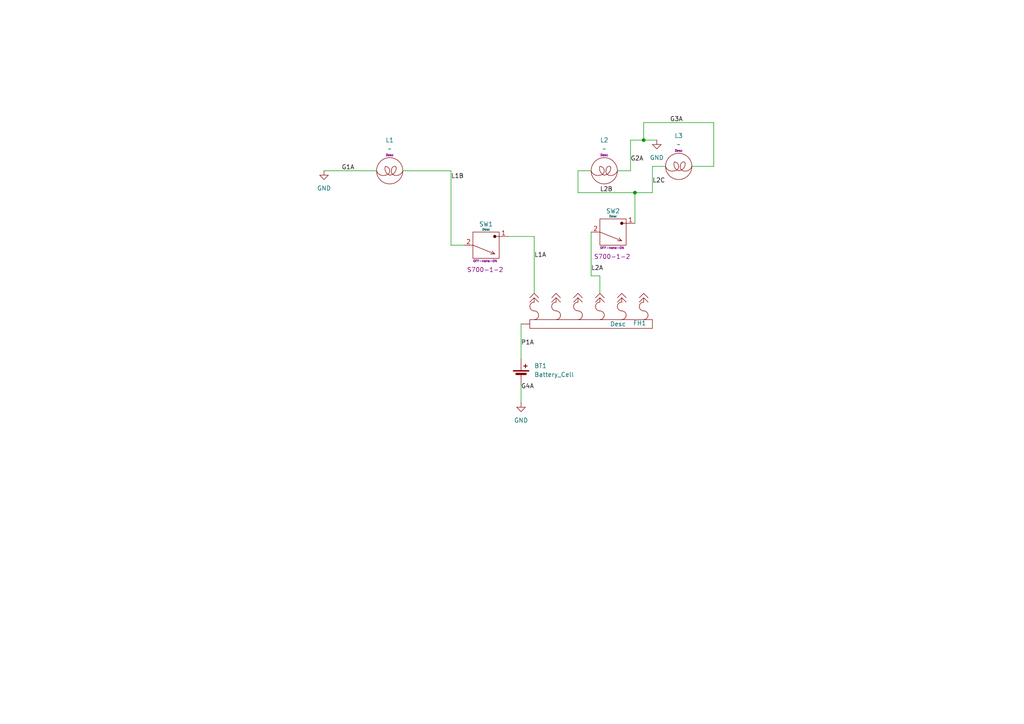
<source format=kicad_sch>
(kicad_sch
	(version 20250114)
	(generator "eeschema")
	(generator_version "9.0")
	(uuid "ed131ea4-ee59-411d-a0b6-6810a596f526")
	(paper "A4")
	(lib_symbols
		(symbol "AeroElectricConnectionSymbols:Fuse_Holder_6x"
			(pin_numbers
				(hide yes)
			)
			(pin_names
				(offset 0)
				(hide yes)
			)
			(exclude_from_sim no)
			(in_bom yes)
			(on_board yes)
			(property "Reference" "FH"
				(at -3.556 -14.732 90)
				(do_not_autoplace)
				(effects
					(font
						(size 1.27 1.27)
					)
					(justify left)
				)
			)
			(property "Value" "Desc"
				(at -3.81 -8.89 90)
				(do_not_autoplace)
				(effects
					(font
						(size 1.27 1.27)
					)
					(justify left)
				)
			)
			(property "Footprint" ""
				(at -2.54 11.43 0)
				(effects
					(font
						(size 1.27 1.27)
					)
					(hide yes)
				)
			)
			(property "Datasheet" ""
				(at -2.54 11.43 0)
				(effects
					(font
						(size 1.27 1.27)
					)
					(hide yes)
				)
			)
			(property "Description" ""
				(at -2.54 11.43 0)
				(effects
					(font
						(size 1.27 1.27)
					)
					(hide yes)
				)
			)
			(symbol "Fuse_Holder_6x_0_1"
				(rectangle
					(start -5.08 19.05)
					(end -2.54 -16.51)
					(stroke
						(width 0)
						(type default)
					)
					(fill
						(type none)
					)
				)
				(arc
					(start 0 17.78)
					(mid -0.372 16.882)
					(end -1.27 16.51)
					(stroke
						(width 0)
						(type default)
					)
					(fill
						(type none)
					)
				)
				(arc
					(start 0 11.43)
					(mid -0.372 10.532)
					(end -1.27 10.16)
					(stroke
						(width 0)
						(type default)
					)
					(fill
						(type none)
					)
				)
				(arc
					(start 0 5.08)
					(mid -0.372 4.182)
					(end -1.27 3.81)
					(stroke
						(width 0)
						(type default)
					)
					(fill
						(type none)
					)
				)
				(arc
					(start 0 -1.27)
					(mid -0.372 -2.168)
					(end -1.27 -2.54)
					(stroke
						(width 0)
						(type default)
					)
					(fill
						(type none)
					)
				)
				(arc
					(start 0 -7.62)
					(mid -0.372 -8.518)
					(end -1.27 -8.89)
					(stroke
						(width 0)
						(type default)
					)
					(fill
						(type none)
					)
				)
				(arc
					(start 0 -13.97)
					(mid -0.372 -14.868)
					(end -1.27 -15.24)
					(stroke
						(width 0)
						(type default)
					)
					(fill
						(type none)
					)
				)
				(arc
					(start -1.27 16.51)
					(mid -2.168 16.882)
					(end -2.54 17.78)
					(stroke
						(width 0)
						(type default)
					)
					(fill
						(type none)
					)
				)
				(arc
					(start -1.27 10.16)
					(mid -2.168 10.532)
					(end -2.54 11.43)
					(stroke
						(width 0)
						(type default)
					)
					(fill
						(type none)
					)
				)
				(arc
					(start -1.27 3.81)
					(mid -2.168 4.182)
					(end -2.54 5.08)
					(stroke
						(width 0)
						(type default)
					)
					(fill
						(type none)
					)
				)
				(arc
					(start -1.27 -2.54)
					(mid -2.168 -2.168)
					(end -2.54 -1.27)
					(stroke
						(width 0)
						(type default)
					)
					(fill
						(type none)
					)
				)
				(arc
					(start -1.27 -8.89)
					(mid -2.168 -8.518)
					(end -2.54 -7.62)
					(stroke
						(width 0)
						(type default)
					)
					(fill
						(type none)
					)
				)
				(arc
					(start -1.27 -15.24)
					(mid -2.168 -14.868)
					(end -2.54 -13.97)
					(stroke
						(width 0)
						(type default)
					)
					(fill
						(type none)
					)
				)
				(arc
					(start 0 17.78)
					(mid 0.372 18.678)
					(end 1.27 19.05)
					(stroke
						(width 0)
						(type default)
					)
					(fill
						(type none)
					)
				)
				(arc
					(start 1.27 19.05)
					(mid 2.168 18.678)
					(end 2.54 17.78)
					(stroke
						(width 0)
						(type default)
					)
					(fill
						(type none)
					)
				)
				(arc
					(start 0 11.43)
					(mid 0.372 12.328)
					(end 1.27 12.7)
					(stroke
						(width 0)
						(type default)
					)
					(fill
						(type none)
					)
				)
				(arc
					(start 1.27 12.7)
					(mid 2.168 12.328)
					(end 2.54 11.43)
					(stroke
						(width 0)
						(type default)
					)
					(fill
						(type none)
					)
				)
				(arc
					(start 0 5.08)
					(mid 0.372 5.978)
					(end 1.27 6.35)
					(stroke
						(width 0)
						(type default)
					)
					(fill
						(type none)
					)
				)
				(arc
					(start 1.27 6.35)
					(mid 2.168 5.978)
					(end 2.54 5.08)
					(stroke
						(width 0)
						(type default)
					)
					(fill
						(type none)
					)
				)
				(arc
					(start 0 -1.27)
					(mid 0.372 -0.372)
					(end 1.27 0)
					(stroke
						(width 0)
						(type default)
					)
					(fill
						(type none)
					)
				)
				(arc
					(start 1.27 0)
					(mid 2.168 -0.372)
					(end 2.54 -1.27)
					(stroke
						(width 0)
						(type default)
					)
					(fill
						(type none)
					)
				)
				(arc
					(start 0 -7.62)
					(mid 0.372 -6.722)
					(end 1.27 -6.35)
					(stroke
						(width 0)
						(type default)
					)
					(fill
						(type none)
					)
				)
				(arc
					(start 1.27 -6.35)
					(mid 2.168 -6.722)
					(end 2.54 -7.62)
					(stroke
						(width 0)
						(type default)
					)
					(fill
						(type none)
					)
				)
				(arc
					(start 0 -13.97)
					(mid 0.372 -13.072)
					(end 1.27 -12.7)
					(stroke
						(width 0)
						(type default)
					)
					(fill
						(type none)
					)
				)
				(arc
					(start 1.27 -12.7)
					(mid 2.168 -13.072)
					(end 2.54 -13.97)
					(stroke
						(width 0)
						(type default)
					)
					(fill
						(type none)
					)
				)
				(polyline
					(pts
						(xy 2.54 16.51) (xy 3.81 17.78) (xy 2.54 19.05)
					)
					(stroke
						(width 0)
						(type default)
					)
					(fill
						(type none)
					)
				)
				(polyline
					(pts
						(xy 2.54 10.16) (xy 3.81 11.43) (xy 2.54 12.7)
					)
					(stroke
						(width 0)
						(type default)
					)
					(fill
						(type none)
					)
				)
				(polyline
					(pts
						(xy 2.54 3.81) (xy 3.81 5.08) (xy 2.54 6.35)
					)
					(stroke
						(width 0)
						(type default)
					)
					(fill
						(type none)
					)
				)
				(polyline
					(pts
						(xy 2.54 -2.54) (xy 3.81 -1.27) (xy 2.54 0)
					)
					(stroke
						(width 0)
						(type default)
					)
					(fill
						(type none)
					)
				)
				(polyline
					(pts
						(xy 2.54 -8.89) (xy 3.81 -7.62) (xy 2.54 -6.35)
					)
					(stroke
						(width 0)
						(type default)
					)
					(fill
						(type none)
					)
				)
				(polyline
					(pts
						(xy 2.54 -15.24) (xy 3.81 -13.97) (xy 2.54 -12.7)
					)
					(stroke
						(width 0)
						(type default)
					)
					(fill
						(type none)
					)
				)
				(polyline
					(pts
						(xy 3.81 16.51) (xy 5.08 17.78) (xy 3.81 19.05)
					)
					(stroke
						(width 0)
						(type default)
					)
					(fill
						(type none)
					)
				)
				(polyline
					(pts
						(xy 3.81 10.16) (xy 5.08 11.43) (xy 3.81 12.7)
					)
					(stroke
						(width 0)
						(type default)
					)
					(fill
						(type none)
					)
				)
				(polyline
					(pts
						(xy 3.81 3.81) (xy 5.08 5.08) (xy 3.81 6.35)
					)
					(stroke
						(width 0)
						(type default)
					)
					(fill
						(type none)
					)
				)
				(polyline
					(pts
						(xy 3.81 -2.54) (xy 5.08 -1.27) (xy 3.81 0)
					)
					(stroke
						(width 0)
						(type default)
					)
					(fill
						(type none)
					)
				)
				(polyline
					(pts
						(xy 3.81 -8.89) (xy 5.08 -7.62) (xy 3.81 -6.35)
					)
					(stroke
						(width 0)
						(type default)
					)
					(fill
						(type none)
					)
				)
				(polyline
					(pts
						(xy 3.81 -15.24) (xy 5.08 -13.97) (xy 3.81 -12.7)
					)
					(stroke
						(width 0)
						(type default)
					)
					(fill
						(type none)
					)
				)
			)
			(symbol "Fuse_Holder_6x_1_1"
				(polyline
					(pts
						(xy 2.54 17.78) (xy 2.54 17.78)
					)
					(stroke
						(width 0)
						(type default)
					)
					(fill
						(type none)
					)
				)
				(polyline
					(pts
						(xy 2.54 17.78) (xy 2.54 17.78)
					)
					(stroke
						(width 0)
						(type default)
					)
					(fill
						(type none)
					)
				)
				(polyline
					(pts
						(xy 2.54 11.43) (xy 2.54 11.43)
					)
					(stroke
						(width 0)
						(type default)
					)
					(fill
						(type none)
					)
				)
				(polyline
					(pts
						(xy 2.54 11.43) (xy 2.54 11.43)
					)
					(stroke
						(width 0)
						(type default)
					)
					(fill
						(type none)
					)
				)
				(polyline
					(pts
						(xy 2.54 5.08) (xy 2.54 5.08)
					)
					(stroke
						(width 0)
						(type default)
					)
					(fill
						(type none)
					)
				)
				(polyline
					(pts
						(xy 2.54 5.08) (xy 2.54 5.08)
					)
					(stroke
						(width 0)
						(type default)
					)
					(fill
						(type none)
					)
				)
				(polyline
					(pts
						(xy 2.54 -1.27) (xy 2.54 -1.27)
					)
					(stroke
						(width 0)
						(type default)
					)
					(fill
						(type none)
					)
				)
				(polyline
					(pts
						(xy 2.54 -1.27) (xy 2.54 -1.27)
					)
					(stroke
						(width 0)
						(type default)
					)
					(fill
						(type none)
					)
				)
				(polyline
					(pts
						(xy 2.54 -7.62) (xy 2.54 -7.62)
					)
					(stroke
						(width 0)
						(type default)
					)
					(fill
						(type none)
					)
				)
				(polyline
					(pts
						(xy 2.54 -7.62) (xy 2.54 -7.62)
					)
					(stroke
						(width 0)
						(type default)
					)
					(fill
						(type none)
					)
				)
				(polyline
					(pts
						(xy 2.54 -13.97) (xy 2.54 -13.97)
					)
					(stroke
						(width 0)
						(type default)
					)
					(fill
						(type none)
					)
				)
				(polyline
					(pts
						(xy 2.54 -13.97) (xy 2.54 -13.97)
					)
					(stroke
						(width 0)
						(type default)
					)
					(fill
						(type none)
					)
				)
				(polyline
					(pts
						(xy 3.81 17.78) (xy 2.54 17.78)
					)
					(stroke
						(width 0)
						(type default)
					)
					(fill
						(type none)
					)
				)
				(polyline
					(pts
						(xy 3.81 11.43) (xy 2.54 11.43)
					)
					(stroke
						(width 0)
						(type default)
					)
					(fill
						(type none)
					)
				)
				(polyline
					(pts
						(xy 3.81 5.08) (xy 2.54 5.08)
					)
					(stroke
						(width 0)
						(type default)
					)
					(fill
						(type none)
					)
				)
				(polyline
					(pts
						(xy 3.81 -1.27) (xy 2.54 -1.27)
					)
					(stroke
						(width 0)
						(type default)
					)
					(fill
						(type none)
					)
				)
				(polyline
					(pts
						(xy 3.81 -7.62) (xy 2.54 -7.62)
					)
					(stroke
						(width 0)
						(type default)
					)
					(fill
						(type none)
					)
				)
				(polyline
					(pts
						(xy 3.81 -13.97) (xy 2.54 -13.97)
					)
					(stroke
						(width 0)
						(type default)
					)
					(fill
						(type none)
					)
				)
				(pin passive line
					(at -3.81 21.59 270)
					(length 2.54)
					(name "Pwr"
						(effects
							(font
								(size 1.27 1.27)
							)
						)
					)
					(number "1"
						(effects
							(font
								(size 1.27 1.27)
							)
						)
					)
				)
				(pin passive line
					(at 5.08 17.78 180)
					(length 0)
					(name "Desc"
						(effects
							(font
								(size 1.27 1.27)
							)
						)
					)
					(number "Val_A"
						(effects
							(font
								(size 1.27 1.27)
							)
						)
					)
				)
				(pin passive line
					(at 5.08 11.43 180)
					(length 0)
					(name "Desc"
						(effects
							(font
								(size 1.27 1.27)
							)
						)
					)
					(number "Val_A"
						(effects
							(font
								(size 1.27 1.27)
							)
						)
					)
				)
				(pin passive line
					(at 5.08 5.08 180)
					(length 0)
					(name "Desc"
						(effects
							(font
								(size 1.27 1.27)
							)
						)
					)
					(number "Val_A"
						(effects
							(font
								(size 1.27 1.27)
							)
						)
					)
				)
				(pin passive line
					(at 5.08 -1.27 180)
					(length 0)
					(name "Desc"
						(effects
							(font
								(size 1.27 1.27)
							)
						)
					)
					(number "Val_A"
						(effects
							(font
								(size 1.27 1.27)
							)
						)
					)
				)
				(pin passive line
					(at 5.08 -7.62 180)
					(length 0)
					(name "Desc"
						(effects
							(font
								(size 1.27 1.27)
							)
						)
					)
					(number "Val_A"
						(effects
							(font
								(size 1.27 1.27)
							)
						)
					)
				)
				(pin passive line
					(at 5.08 -13.97 180)
					(length 0)
					(name "Desc"
						(effects
							(font
								(size 1.27 1.27)
							)
						)
					)
					(number "Val_A"
						(effects
							(font
								(size 1.27 1.27)
							)
						)
					)
				)
			)
			(embedded_fonts no)
		)
		(symbol "AeroElectricConnectionSymbols:Lamp"
			(pin_numbers
				(hide yes)
			)
			(pin_names
				(hide yes)
			)
			(exclude_from_sim no)
			(in_bom yes)
			(on_board yes)
			(property "Reference" "L"
				(at 0 6.096 0)
				(effects
					(font
						(size 1.27 1.27)
					)
				)
			)
			(property "Value" ""
				(at 0 0 90)
				(effects
					(font
						(size 1.27 1.27)
					)
				)
			)
			(property "Footprint" ""
				(at 0 0 90)
				(effects
					(font
						(size 1.27 1.27)
					)
					(hide yes)
				)
			)
			(property "Datasheet" ""
				(at 0 0 90)
				(effects
					(font
						(size 1.27 1.27)
					)
					(hide yes)
				)
			)
			(property "Description" "Desc"
				(at 0 4.572 0)
				(do_not_autoplace)
				(effects
					(font
						(size 0.635 0.635)
					)
				)
			)
			(symbol "Lamp_0_1"
				(arc
					(start -1.27 -1.27)
					(mid -2.803 -1.1611)
					(end -3.81 0)
					(stroke
						(width 0)
						(type default)
					)
					(fill
						(type none)
					)
				)
				(arc
					(start 0 0)
					(mid -0.372 -0.898)
					(end -1.27 -1.27)
					(stroke
						(width 0)
						(type default)
					)
					(fill
						(type none)
					)
				)
				(arc
					(start -1.27 1.27)
					(mid -0.372 0.898)
					(end 0 0)
					(stroke
						(width 0)
						(type default)
					)
					(fill
						(type none)
					)
				)
				(arc
					(start 1.8758 0.9538)
					(mid 1.3985 -0.5466)
					(end 0 -1.27)
					(stroke
						(width 0)
						(type default)
					)
					(fill
						(type none)
					)
				)
				(circle
					(center 0 0)
					(radius 3.81)
					(stroke
						(width 0)
						(type default)
					)
					(fill
						(type none)
					)
				)
				(arc
					(start 0 -1.27)
					(mid -1.1611 -0.263)
					(end -1.27 1.27)
					(stroke
						(width 0)
						(type default)
					)
					(fill
						(type none)
					)
				)
				(arc
					(start 1.3671 1.3353)
					(mid 1.6919 1.2279)
					(end 1.844 0.922)
					(stroke
						(width 0)
						(type default)
					)
					(fill
						(type none)
					)
				)
				(arc
					(start 0.5722 0.1271)
					(mid 0.6847 0.8428)
					(end 1.27 1.27)
					(stroke
						(width 0)
						(type default)
					)
					(fill
						(type none)
					)
				)
				(arc
					(start 1.27 -1.27)
					(mid 0.6002 -0.7291)
					(end 0.5086 0.1271)
					(stroke
						(width 0)
						(type default)
					)
					(fill
						(type none)
					)
				)
				(arc
					(start 3.81 0)
					(mid 2.803 -1.1611)
					(end 1.27 -1.27)
					(stroke
						(width 0)
						(type default)
					)
					(fill
						(type none)
					)
				)
			)
			(symbol "Lamp_1_1"
				(pin passive line
					(at -3.81 0 0)
					(length 0)
					(name "In"
						(effects
							(font
								(size 1.27 1.27)
							)
						)
					)
					(number "1"
						(effects
							(font
								(size 1.27 1.27)
							)
						)
					)
				)
				(pin passive line
					(at 3.81 0 180)
					(length 0)
					(name "Out"
						(effects
							(font
								(size 1.27 1.27)
							)
						)
					)
					(number "2"
						(effects
							(font
								(size 1.27 1.27)
							)
						)
					)
				)
			)
			(embedded_fonts no)
		)
		(symbol "AeroElectricConnectionSymbols:S700-1-2"
			(pin_names
				(hide yes)
			)
			(exclude_from_sim no)
			(in_bom yes)
			(on_board yes)
			(property "Reference" "SW"
				(at 0 6.096 0)
				(do_not_autoplace)
				(effects
					(font
						(size 1.27 1.27)
					)
				)
			)
			(property "Value" "Desc"
				(at 0 4.572 0)
				(do_not_autoplace)
				(effects
					(font
						(size 0.635 0.635)
					)
				)
			)
			(property "Footprint" ""
				(at 0 3.048 0)
				(effects
					(font
						(size 1.27 1.27)
					)
					(hide yes)
				)
			)
			(property "Datasheet" "S700-1-2"
				(at -0.254 -7.366 0)
				(effects
					(font
						(size 1.27 1.27)
					)
				)
			)
			(property "Description" "OFF-none-ON"
				(at -0.254 -4.572 0)
				(do_not_autoplace)
				(effects
					(font
						(size 0.635 0.635)
					)
				)
			)
			(symbol "S700-1-2_0_1"
				(rectangle
					(start -3.81 3.81)
					(end 3.81 -3.81)
					(stroke
						(width 0)
						(type default)
					)
					(fill
						(type none)
					)
				)
				(polyline
					(pts
						(xy -3.81 0) (xy 2.54 -2.54) (xy 1.7627 -1.6939)
					)
					(stroke
						(width 0)
						(type default)
					)
					(fill
						(type none)
					)
				)
				(circle
					(center 2.54 2.54)
					(radius 0.381)
					(stroke
						(width 0)
						(type default)
					)
					(fill
						(type color)
						(color 0 0 0 1)
					)
				)
				(polyline
					(pts
						(xy 2.54 -2.54) (xy 1.27 -2.54)
					)
					(stroke
						(width 0)
						(type default)
					)
					(fill
						(type none)
					)
				)
				(polyline
					(pts
						(xy 3.81 2.54) (xy 2.54 2.54)
					)
					(stroke
						(width 0)
						(type default)
					)
					(fill
						(type none)
					)
				)
			)
			(symbol "S700-1-2_1_1"
				(pin passive line
					(at -6.35 0 0)
					(length 2.54)
					(name "IN"
						(effects
							(font
								(size 1.27 1.27)
							)
						)
					)
					(number "2"
						(effects
							(font
								(size 1.27 1.27)
							)
						)
					)
				)
				(pin passive line
					(at 6.35 2.54 180)
					(length 2.54)
					(name "ON"
						(effects
							(font
								(size 1.27 1.27)
							)
						)
					)
					(number "1"
						(effects
							(font
								(size 1.27 1.27)
							)
						)
					)
				)
			)
			(embedded_fonts no)
		)
		(symbol "Device:Battery_Cell"
			(pin_numbers
				(hide yes)
			)
			(pin_names
				(offset 0)
				(hide yes)
			)
			(exclude_from_sim no)
			(in_bom yes)
			(on_board yes)
			(property "Reference" "BT"
				(at 2.54 2.54 0)
				(effects
					(font
						(size 1.27 1.27)
					)
					(justify left)
				)
			)
			(property "Value" "Battery_Cell"
				(at 2.54 0 0)
				(effects
					(font
						(size 1.27 1.27)
					)
					(justify left)
				)
			)
			(property "Footprint" ""
				(at 0 1.524 90)
				(effects
					(font
						(size 1.27 1.27)
					)
					(hide yes)
				)
			)
			(property "Datasheet" "~"
				(at 0 1.524 90)
				(effects
					(font
						(size 1.27 1.27)
					)
					(hide yes)
				)
			)
			(property "Description" "Single-cell battery"
				(at 0 0 0)
				(effects
					(font
						(size 1.27 1.27)
					)
					(hide yes)
				)
			)
			(property "ki_keywords" "battery cell"
				(at 0 0 0)
				(effects
					(font
						(size 1.27 1.27)
					)
					(hide yes)
				)
			)
			(symbol "Battery_Cell_0_1"
				(rectangle
					(start -2.286 1.778)
					(end 2.286 1.524)
					(stroke
						(width 0)
						(type default)
					)
					(fill
						(type outline)
					)
				)
				(rectangle
					(start -1.524 1.016)
					(end 1.524 0.508)
					(stroke
						(width 0)
						(type default)
					)
					(fill
						(type outline)
					)
				)
				(polyline
					(pts
						(xy 0 1.778) (xy 0 2.54)
					)
					(stroke
						(width 0)
						(type default)
					)
					(fill
						(type none)
					)
				)
				(polyline
					(pts
						(xy 0 0.762) (xy 0 0)
					)
					(stroke
						(width 0)
						(type default)
					)
					(fill
						(type none)
					)
				)
				(polyline
					(pts
						(xy 0.762 3.048) (xy 1.778 3.048)
					)
					(stroke
						(width 0.254)
						(type default)
					)
					(fill
						(type none)
					)
				)
				(polyline
					(pts
						(xy 1.27 3.556) (xy 1.27 2.54)
					)
					(stroke
						(width 0.254)
						(type default)
					)
					(fill
						(type none)
					)
				)
			)
			(symbol "Battery_Cell_1_1"
				(pin passive line
					(at 0 5.08 270)
					(length 2.54)
					(name "+"
						(effects
							(font
								(size 1.27 1.27)
							)
						)
					)
					(number "1"
						(effects
							(font
								(size 1.27 1.27)
							)
						)
					)
				)
				(pin passive line
					(at 0 -2.54 90)
					(length 2.54)
					(name "-"
						(effects
							(font
								(size 1.27 1.27)
							)
						)
					)
					(number "2"
						(effects
							(font
								(size 1.27 1.27)
							)
						)
					)
				)
			)
			(embedded_fonts no)
		)
		(symbol "Lamp_1"
			(pin_numbers
				(hide yes)
			)
			(pin_names
				(hide yes)
			)
			(exclude_from_sim no)
			(in_bom yes)
			(on_board yes)
			(property "Reference" "L"
				(at 0 6.096 0)
				(effects
					(font
						(size 1.27 1.27)
					)
				)
			)
			(property "Value" ""
				(at 0 0 90)
				(effects
					(font
						(size 1.27 1.27)
					)
				)
			)
			(property "Footprint" ""
				(at 0 0 90)
				(effects
					(font
						(size 1.27 1.27)
					)
					(hide yes)
				)
			)
			(property "Datasheet" ""
				(at 0 0 90)
				(effects
					(font
						(size 1.27 1.27)
					)
					(hide yes)
				)
			)
			(property "Description" "Desc"
				(at 0 4.572 0)
				(do_not_autoplace)
				(effects
					(font
						(size 0.635 0.635)
					)
				)
			)
			(symbol "Lamp_1_0_1"
				(arc
					(start -1.27 -1.27)
					(mid -2.803 -1.1611)
					(end -3.81 0)
					(stroke
						(width 0)
						(type default)
					)
					(fill
						(type none)
					)
				)
				(arc
					(start 0 0)
					(mid -0.372 -0.898)
					(end -1.27 -1.27)
					(stroke
						(width 0)
						(type default)
					)
					(fill
						(type none)
					)
				)
				(arc
					(start -1.27 1.27)
					(mid -0.372 0.898)
					(end 0 0)
					(stroke
						(width 0)
						(type default)
					)
					(fill
						(type none)
					)
				)
				(arc
					(start 1.8758 0.9538)
					(mid 1.3985 -0.5466)
					(end 0 -1.27)
					(stroke
						(width 0)
						(type default)
					)
					(fill
						(type none)
					)
				)
				(circle
					(center 0 0)
					(radius 3.81)
					(stroke
						(width 0)
						(type default)
					)
					(fill
						(type none)
					)
				)
				(arc
					(start 0 -1.27)
					(mid -1.1611 -0.263)
					(end -1.27 1.27)
					(stroke
						(width 0)
						(type default)
					)
					(fill
						(type none)
					)
				)
				(arc
					(start 1.3671 1.3353)
					(mid 1.6919 1.2279)
					(end 1.844 0.922)
					(stroke
						(width 0)
						(type default)
					)
					(fill
						(type none)
					)
				)
				(arc
					(start 0.5722 0.1271)
					(mid 0.6847 0.8428)
					(end 1.27 1.27)
					(stroke
						(width 0)
						(type default)
					)
					(fill
						(type none)
					)
				)
				(arc
					(start 1.27 -1.27)
					(mid 0.6002 -0.7291)
					(end 0.5086 0.1271)
					(stroke
						(width 0)
						(type default)
					)
					(fill
						(type none)
					)
				)
				(arc
					(start 3.81 0)
					(mid 2.803 -1.1611)
					(end 1.27 -1.27)
					(stroke
						(width 0)
						(type default)
					)
					(fill
						(type none)
					)
				)
			)
			(symbol "Lamp_1_1_1"
				(pin passive line
					(at -3.81 0 0)
					(length 0)
					(name "In"
						(effects
							(font
								(size 1.27 1.27)
							)
						)
					)
					(number "1"
						(effects
							(font
								(size 1.27 1.27)
							)
						)
					)
				)
				(pin passive line
					(at 3.81 0 180)
					(length 0)
					(name "Out"
						(effects
							(font
								(size 1.27 1.27)
							)
						)
					)
					(number "2"
						(effects
							(font
								(size 1.27 1.27)
							)
						)
					)
				)
			)
			(embedded_fonts no)
		)
		(symbol "power:GND"
			(power)
			(pin_numbers
				(hide yes)
			)
			(pin_names
				(offset 0)
				(hide yes)
			)
			(exclude_from_sim no)
			(in_bom yes)
			(on_board yes)
			(property "Reference" "#PWR"
				(at 0 -6.35 0)
				(effects
					(font
						(size 1.27 1.27)
					)
					(hide yes)
				)
			)
			(property "Value" "GND"
				(at 0 -3.81 0)
				(effects
					(font
						(size 1.27 1.27)
					)
				)
			)
			(property "Footprint" ""
				(at 0 0 0)
				(effects
					(font
						(size 1.27 1.27)
					)
					(hide yes)
				)
			)
			(property "Datasheet" ""
				(at 0 0 0)
				(effects
					(font
						(size 1.27 1.27)
					)
					(hide yes)
				)
			)
			(property "Description" "Power symbol creates a global label with name \"GND\" , ground"
				(at 0 0 0)
				(effects
					(font
						(size 1.27 1.27)
					)
					(hide yes)
				)
			)
			(property "ki_keywords" "global power"
				(at 0 0 0)
				(effects
					(font
						(size 1.27 1.27)
					)
					(hide yes)
				)
			)
			(symbol "GND_0_1"
				(polyline
					(pts
						(xy 0 0) (xy 0 -1.27) (xy 1.27 -1.27) (xy 0 -2.54) (xy -1.27 -1.27) (xy 0 -1.27)
					)
					(stroke
						(width 0)
						(type default)
					)
					(fill
						(type none)
					)
				)
			)
			(symbol "GND_1_1"
				(pin power_in line
					(at 0 0 270)
					(length 0)
					(name "~"
						(effects
							(font
								(size 1.27 1.27)
							)
						)
					)
					(number "1"
						(effects
							(font
								(size 1.27 1.27)
							)
						)
					)
				)
			)
			(embedded_fonts no)
		)
	)
	(junction
		(at 186.69 40.64)
		(diameter 0)
		(color 0 0 0 0)
		(uuid "3703118a-523b-45e3-ab43-318399cc4d4e")
	)
	(junction
		(at 184.15 55.88)
		(diameter 0)
		(color 0 0 0 0)
		(uuid "4a839e58-cab3-48be-b433-69ad573450a9")
	)
	(wire
		(pts
			(xy 134.62 71.12) (xy 130.81 71.12)
		)
		(stroke
			(width 0)
			(type default)
		)
		(uuid "091f673a-7661-4d59-9cbf-b7f7a50ea539")
	)
	(wire
		(pts
			(xy 179.07 49.53) (xy 182.88 49.53)
		)
		(stroke
			(width 0)
			(type default)
		)
		(uuid "222d26ed-ce64-4486-a48a-6a13c7ad8c49")
	)
	(wire
		(pts
			(xy 184.15 55.88) (xy 189.23 55.88)
		)
		(stroke
			(width 0)
			(type default)
		)
		(uuid "30a47c0e-f2d6-4f6e-963b-5f8a5534c05d")
	)
	(wire
		(pts
			(xy 171.45 67.31) (xy 171.45 80.01)
		)
		(stroke
			(width 0)
			(type default)
		)
		(uuid "4063633c-3f56-4ecc-a68f-ba9265bd9780")
	)
	(wire
		(pts
			(xy 151.13 93.98) (xy 151.13 104.14)
		)
		(stroke
			(width 0)
			(type default)
		)
		(uuid "41d92ef4-9582-44ab-a779-a5ae9d839b74")
	)
	(wire
		(pts
			(xy 171.45 80.01) (xy 173.99 80.01)
		)
		(stroke
			(width 0)
			(type default)
		)
		(uuid "4983bae0-675e-4ff1-acc1-12845ae804a3")
	)
	(wire
		(pts
			(xy 167.64 55.88) (xy 167.64 49.53)
		)
		(stroke
			(width 0)
			(type default)
		)
		(uuid "570fd061-af2a-4ac2-b483-d22263b7151c")
	)
	(wire
		(pts
			(xy 182.88 40.64) (xy 186.69 40.64)
		)
		(stroke
			(width 0)
			(type default)
		)
		(uuid "6b3eea79-35f7-409e-9ef4-ea20362a334f")
	)
	(wire
		(pts
			(xy 130.81 49.53) (xy 130.81 71.12)
		)
		(stroke
			(width 0)
			(type default)
		)
		(uuid "7a01a2bc-dca5-4cbb-9d97-8713fd804bc1")
	)
	(wire
		(pts
			(xy 147.32 68.58) (xy 154.94 68.58)
		)
		(stroke
			(width 0)
			(type default)
		)
		(uuid "7b037fbc-bb16-47fc-98d5-99bd5130c6b0")
	)
	(wire
		(pts
			(xy 190.5 40.64) (xy 186.69 40.64)
		)
		(stroke
			(width 0)
			(type default)
		)
		(uuid "8177c5d2-f880-4cc6-85ec-59d11a8ee8cf")
	)
	(wire
		(pts
			(xy 184.15 55.88) (xy 167.64 55.88)
		)
		(stroke
			(width 0)
			(type default)
		)
		(uuid "821859e3-de5d-40c2-96f3-196c70cd7632")
	)
	(wire
		(pts
			(xy 151.13 111.76) (xy 151.13 116.84)
		)
		(stroke
			(width 0)
			(type default)
		)
		(uuid "859b3871-2746-4896-9828-77062f912b40")
	)
	(wire
		(pts
			(xy 167.64 49.53) (xy 171.45 49.53)
		)
		(stroke
			(width 0)
			(type default)
		)
		(uuid "86acf06e-3a53-48c9-8d1f-49f651630176")
	)
	(wire
		(pts
			(xy 182.88 49.53) (xy 182.88 40.64)
		)
		(stroke
			(width 0)
			(type default)
		)
		(uuid "887753c2-2337-4eda-9469-41b34450b97b")
	)
	(wire
		(pts
			(xy 189.23 55.88) (xy 189.23 48.26)
		)
		(stroke
			(width 0)
			(type default)
		)
		(uuid "a78e17a7-70b9-4cd7-b64b-bdb7282aa1af")
	)
	(wire
		(pts
			(xy 109.22 49.53) (xy 93.98 49.53)
		)
		(stroke
			(width 0)
			(type default)
		)
		(uuid "ac8763aa-f378-4aa0-afbe-89402ee3709e")
	)
	(wire
		(pts
			(xy 189.23 48.26) (xy 193.04 48.26)
		)
		(stroke
			(width 0)
			(type default)
		)
		(uuid "b77b1728-45e3-43ad-a91e-aab8b19f60f3")
	)
	(wire
		(pts
			(xy 173.99 80.01) (xy 173.99 85.09)
		)
		(stroke
			(width 0)
			(type default)
		)
		(uuid "bebefe52-cd31-4d5d-b5eb-6f5dcd1283d8")
	)
	(wire
		(pts
			(xy 207.01 48.26) (xy 207.01 35.56)
		)
		(stroke
			(width 0)
			(type default)
		)
		(uuid "c6522e94-b72e-4bf2-95d3-f0c16579b5d4")
	)
	(wire
		(pts
			(xy 154.94 68.58) (xy 154.94 85.09)
		)
		(stroke
			(width 0)
			(type default)
		)
		(uuid "c65687de-0b7c-4c78-9daa-5d76b4ea8dbe")
	)
	(wire
		(pts
			(xy 207.01 35.56) (xy 186.69 35.56)
		)
		(stroke
			(width 0)
			(type default)
		)
		(uuid "c75a8bdd-3d46-4837-be2d-85d55cb27059")
	)
	(wire
		(pts
			(xy 200.66 48.26) (xy 207.01 48.26)
		)
		(stroke
			(width 0)
			(type default)
		)
		(uuid "d9f0f158-ddfc-441a-94c2-69fc3ed40158")
	)
	(wire
		(pts
			(xy 130.81 49.53) (xy 116.84 49.53)
		)
		(stroke
			(width 0)
			(type default)
		)
		(uuid "e7de5491-2187-4ba8-96d7-fd25ba052ac1")
	)
	(wire
		(pts
			(xy 184.15 64.77) (xy 184.15 55.88)
		)
		(stroke
			(width 0)
			(type default)
		)
		(uuid "edcf3955-492c-4852-8755-1c542c380353")
	)
	(wire
		(pts
			(xy 186.69 35.56) (xy 186.69 40.64)
		)
		(stroke
			(width 0)
			(type default)
		)
		(uuid "f6475026-a942-4e43-b9d1-bb0307a673b4")
	)
	(label "L1B"
		(at 130.81 52.07 0)
		(effects
			(font
				(size 1.27 1.27)
			)
			(justify left bottom)
		)
		(uuid "5cf92d3a-5cca-454b-a856-8b67cb4846ca")
	)
	(label "G2A"
		(at 182.88 46.99 0)
		(effects
			(font
				(size 1.27 1.27)
			)
			(justify left bottom)
		)
		(uuid "6815f9aa-3113-4fd3-9d45-2eda96fc7add")
	)
	(label "G1A"
		(at 99.06 49.53 0)
		(effects
			(font
				(size 1.27 1.27)
			)
			(justify left bottom)
		)
		(uuid "7b15ee81-4e21-4680-81b5-cb30ba92a4b7")
	)
	(label "L2B"
		(at 173.99 55.88 0)
		(effects
			(font
				(size 1.27 1.27)
			)
			(justify left bottom)
		)
		(uuid "7b38393c-2035-4f40-aed1-ba11ab47ac63")
	)
	(label "L2A"
		(at 171.45 78.74 0)
		(effects
			(font
				(size 1.27 1.27)
			)
			(justify left bottom)
		)
		(uuid "b4c4f655-55b2-4bff-bba6-eeab081b0669")
	)
	(label "L2C"
		(at 189.23 53.34 0)
		(effects
			(font
				(size 1.27 1.27)
			)
			(justify left bottom)
		)
		(uuid "beef518d-2720-47c9-836c-20ff82b4e1a4")
	)
	(label "P1A"
		(at 151.13 100.33 0)
		(effects
			(font
				(size 1.27 1.27)
			)
			(justify left bottom)
		)
		(uuid "c5594c00-3e71-40fa-aa4e-38b5eb2bf6e2")
	)
	(label "L1A"
		(at 154.94 74.93 0)
		(effects
			(font
				(size 1.27 1.27)
			)
			(justify left bottom)
		)
		(uuid "d98f154b-632b-4b2a-95eb-bb740ed20dc1")
	)
	(label "G3A"
		(at 194.31 35.56 0)
		(effects
			(font
				(size 1.27 1.27)
			)
			(justify left bottom)
		)
		(uuid "e92fdffc-bb33-4bcb-aba9-26f102f28567")
	)
	(label "G4A"
		(at 151.13 113.03 0)
		(effects
			(font
				(size 1.27 1.27)
			)
			(justify left bottom)
		)
		(uuid "f71a670b-ac2d-4d00-88a1-af77f5d5aceb")
	)
	(symbol
		(lib_name "Lamp_1")
		(lib_id "AeroElectricConnectionSymbols:Lamp")
		(at 196.85 48.26 0)
		(unit 1)
		(exclude_from_sim no)
		(in_bom yes)
		(on_board yes)
		(dnp no)
		(fields_autoplaced yes)
		(uuid "22ef0010-6a98-4c3a-9a69-a6745cccc851")
		(property "Reference" "L3"
			(at 196.85 39.37 0)
			(effects
				(font
					(size 1.27 1.27)
				)
			)
		)
		(property "Value" "~"
			(at 196.85 41.91 0)
			(effects
				(font
					(size 1.27 1.27)
				)
			)
		)
		(property "Footprint" ""
			(at 196.85 48.26 90)
			(effects
				(font
					(size 1.27 1.27)
				)
				(hide yes)
			)
		)
		(property "Datasheet" ""
			(at 196.85 48.26 90)
			(effects
				(font
					(size 1.27 1.27)
				)
				(hide yes)
			)
		)
		(property "Description" "Desc"
			(at 196.85 43.688 0)
			(do_not_autoplace yes)
			(effects
				(font
					(size 0.635 0.635)
				)
			)
		)
		(property "LocLoad" "(10,0,100)L7"
			(at 196.85 48.26 0)
			(effects
				(font
					(size 1.27 1.27)
				)
				(hide yes)
			)
		)
		(pin "1"
			(uuid "594458cc-2764-4a1d-ad95-aac5fbd16afd")
		)
		(pin "2"
			(uuid "41fd42c5-98a7-47d9-9e71-537cdf406e11")
		)
		(instances
			(project "test_07_fixture"
				(path "/ed131ea4-ee59-411d-a0b6-6810a596f526"
					(reference "L3")
					(unit 1)
				)
			)
		)
	)
	(symbol
		(lib_id "AeroElectricConnectionSymbols:S700-1-2")
		(at 177.8 67.31 0)
		(unit 1)
		(exclude_from_sim no)
		(in_bom yes)
		(on_board yes)
		(dnp no)
		(uuid "33b6a343-581f-4359-94b6-057f13c9ebe8")
		(property "Reference" "SW2"
			(at 177.8 61.214 0)
			(do_not_autoplace yes)
			(effects
				(font
					(size 1.27 1.27)
				)
			)
		)
		(property "Value" "Desc"
			(at 177.8 62.738 0)
			(do_not_autoplace yes)
			(effects
				(font
					(size 0.635 0.635)
				)
			)
		)
		(property "Footprint" ""
			(at 177.8 64.262 0)
			(effects
				(font
					(size 1.27 1.27)
				)
				(hide yes)
			)
		)
		(property "Datasheet" "S700-1-2"
			(at 177.546 74.422 0)
			(effects
				(font
					(size 1.27 1.27)
				)
			)
		)
		(property "Description" "OFF-none-ON"
			(at 177.546 71.882 0)
			(do_not_autoplace yes)
			(effects
				(font
					(size 0.635 0.635)
				)
			)
		)
		(property "LocLoad" "(5,0,1)R20"
			(at 177.8 67.31 0)
			(effects
				(font
					(size 1.27 1.27)
				)
				(hide yes)
			)
		)
		(pin "2"
			(uuid "ed16bf66-b4fd-45d1-a695-24b714dc34e3")
		)
		(pin "1"
			(uuid "9d4a2e13-d7c7-4040-9e8e-77a403745ba8")
		)
		(instances
			(project "test_07_fixture"
				(path "/ed131ea4-ee59-411d-a0b6-6810a596f526"
					(reference "SW2")
					(unit 1)
				)
			)
		)
	)
	(symbol
		(lib_id "power:GND")
		(at 151.13 116.84 0)
		(unit 1)
		(exclude_from_sim no)
		(in_bom yes)
		(on_board yes)
		(dnp no)
		(fields_autoplaced yes)
		(uuid "3bb6f9b3-770f-49eb-bdf8-fd469378be09")
		(property "Reference" "GND1"
			(at 151.13 123.19 0)
			(effects
				(font
					(size 1.27 1.27)
				)
				(hide yes)
			)
		)
		(property "Value" "GND"
			(at 151.13 121.92 0)
			(effects
				(font
					(size 1.27 1.27)
				)
			)
		)
		(property "Footprint" ""
			(at 151.13 116.84 0)
			(effects
				(font
					(size 1.27 1.27)
				)
				(hide yes)
			)
		)
		(property "Datasheet" ""
			(at 151.13 116.84 0)
			(effects
				(font
					(size 1.27 1.27)
				)
				(hide yes)
			)
		)
		(property "Description" "Power symbol creates a global label with name \"GND\" , ground"
			(at 151.13 116.84 0)
			(effects
				(font
					(size 1.27 1.27)
				)
				(hide yes)
			)
		)
		(property "LocLoad" "(10,10,0)G"
			(at 151.13 116.84 0)
			(effects
				(font
					(size 1.27 1.27)
				)
				(hide yes)
			)
		)
		(pin "1"
			(uuid "62773c37-87cc-4feb-b067-8bd2f11a9e87")
		)
		(instances
			(project "test_07_fixture"
				(path "/ed131ea4-ee59-411d-a0b6-6810a596f526"
					(reference "GND1")
					(unit 1)
				)
			)
		)
	)
	(symbol
		(lib_id "Device:Battery_Cell")
		(at 151.13 109.22 0)
		(unit 1)
		(exclude_from_sim no)
		(in_bom yes)
		(on_board yes)
		(dnp no)
		(fields_autoplaced yes)
		(uuid "43709f7c-b4bc-4b0d-ac3d-d2b6065584bc")
		(property "Reference" "BT1"
			(at 154.94 106.1084 0)
			(effects
				(font
					(size 1.27 1.27)
				)
				(justify left)
			)
		)
		(property "Value" "Battery_Cell"
			(at 154.94 108.6484 0)
			(effects
				(font
					(size 1.27 1.27)
				)
				(justify left)
			)
		)
		(property "Footprint" ""
			(at 151.13 107.696 90)
			(effects
				(font
					(size 1.27 1.27)
				)
				(hide yes)
			)
		)
		(property "Datasheet" "~"
			(at 151.13 107.696 90)
			(effects
				(font
					(size 1.27 1.27)
				)
				(hide yes)
			)
		)
		(property "Description" "Single-cell battery"
			(at 151.13 109.22 0)
			(effects
				(font
					(size 1.27 1.27)
				)
				(hide yes)
			)
		)
		(property "LocLoad" "(0,0,0)S40"
			(at 151.13 109.22 0)
			(effects
				(font
					(size 1.27 1.27)
				)
				(hide yes)
			)
		)
		(pin "2"
			(uuid "d775b0aa-5b5f-4587-bb62-133913d5fe0d")
		)
		(pin "1"
			(uuid "651449cb-50f6-44ce-b9d2-69e58a81a7eb")
		)
		(instances
			(project ""
				(path "/ed131ea4-ee59-411d-a0b6-6810a596f526"
					(reference "BT1")
					(unit 1)
				)
			)
		)
	)
	(symbol
		(lib_id "AeroElectricConnectionSymbols:S700-1-2")
		(at 140.97 71.12 0)
		(unit 1)
		(exclude_from_sim no)
		(in_bom yes)
		(on_board yes)
		(dnp no)
		(uuid "6859278e-6038-41b9-a029-175c5791cad1")
		(property "Reference" "SW1"
			(at 140.97 65.024 0)
			(do_not_autoplace yes)
			(effects
				(font
					(size 1.27 1.27)
				)
			)
		)
		(property "Value" "Desc"
			(at 140.97 66.548 0)
			(do_not_autoplace yes)
			(effects
				(font
					(size 0.635 0.635)
				)
			)
		)
		(property "Footprint" ""
			(at 140.97 68.072 0)
			(effects
				(font
					(size 1.27 1.27)
				)
				(hide yes)
			)
		)
		(property "Datasheet" "S700-1-2"
			(at 140.716 78.232 0)
			(effects
				(font
					(size 1.27 1.27)
				)
			)
		)
		(property "Description" "OFF-none-ON"
			(at 140.716 75.692 0)
			(do_not_autoplace yes)
			(effects
				(font
					(size 0.635 0.635)
				)
			)
		)
		(property "LocLoad" "(5,0,-1)R20"
			(at 140.97 71.12 0)
			(effects
				(font
					(size 1.27 1.27)
				)
				(hide yes)
			)
		)
		(pin "2"
			(uuid "464816f6-ead9-45e0-9ad1-82f061d9bee0")
		)
		(pin "1"
			(uuid "ecdba160-becb-4cd8-bc13-4aebf57f2891")
		)
		(instances
			(project ""
				(path "/ed131ea4-ee59-411d-a0b6-6810a596f526"
					(reference "SW1")
					(unit 1)
				)
			)
		)
	)
	(symbol
		(lib_name "Lamp_1")
		(lib_id "AeroElectricConnectionSymbols:Lamp")
		(at 175.26 49.53 0)
		(unit 1)
		(exclude_from_sim no)
		(in_bom yes)
		(on_board yes)
		(dnp no)
		(fields_autoplaced yes)
		(uuid "934c2b30-16af-471e-9022-8506dfa05c06")
		(property "Reference" "L2"
			(at 175.26 40.64 0)
			(effects
				(font
					(size 1.27 1.27)
				)
			)
		)
		(property "Value" "~"
			(at 175.26 43.18 0)
			(effects
				(font
					(size 1.27 1.27)
				)
			)
		)
		(property "Footprint" ""
			(at 175.26 49.53 90)
			(effects
				(font
					(size 1.27 1.27)
				)
				(hide yes)
			)
		)
		(property "Datasheet" ""
			(at 175.26 49.53 90)
			(effects
				(font
					(size 1.27 1.27)
				)
				(hide yes)
			)
		)
		(property "Description" "Desc"
			(at 175.26 44.958 0)
			(do_not_autoplace yes)
			(effects
				(font
					(size 0.635 0.635)
				)
			)
		)
		(property "Field5" ""
			(at 175.26 49.53 0)
			(effects
				(font
					(size 1.27 1.27)
				)
				(hide yes)
			)
		)
		(property "LocLoad" "(10,0,-100)L7"
			(at 175.26 49.53 0)
			(effects
				(font
					(size 1.27 1.27)
				)
				(hide yes)
			)
		)
		(pin "1"
			(uuid "eac222b5-9c9b-42e5-9f2c-de3ad23c7eae")
		)
		(pin "2"
			(uuid "028063a4-edde-433e-afef-9404a6cdfb4a")
		)
		(instances
			(project ""
				(path "/ed131ea4-ee59-411d-a0b6-6810a596f526"
					(reference "L2")
					(unit 1)
				)
			)
		)
	)
	(symbol
		(lib_id "AeroElectricConnectionSymbols:Fuse_Holder_6x")
		(at 172.72 90.17 90)
		(unit 1)
		(exclude_from_sim no)
		(in_bom yes)
		(on_board yes)
		(dnp no)
		(fields_autoplaced yes)
		(uuid "938ae353-1885-458a-b204-82860877c6f8")
		(property "Reference" "FH1"
			(at 187.452 93.726 90)
			(do_not_autoplace yes)
			(effects
				(font
					(size 1.27 1.27)
				)
				(justify left)
			)
		)
		(property "Value" "Desc"
			(at 181.61 93.98 90)
			(do_not_autoplace yes)
			(effects
				(font
					(size 1.27 1.27)
				)
				(justify left)
			)
		)
		(property "Footprint" ""
			(at 161.29 92.71 0)
			(effects
				(font
					(size 1.27 1.27)
				)
				(hide yes)
			)
		)
		(property "Datasheet" ""
			(at 161.29 92.71 0)
			(effects
				(font
					(size 1.27 1.27)
				)
				(hide yes)
			)
		)
		(property "Description" ""
			(at 161.29 92.71 0)
			(effects
				(font
					(size 1.27 1.27)
				)
				(hide yes)
			)
		)
		(pin "Val_A"
			(uuid "0efa2d02-3ac2-477e-ae98-a62973e18879")
		)
		(pin "Val_A"
			(uuid "eaf63f99-f7b9-41be-adbe-97c2180093ed")
		)
		(pin "1"
			(uuid "08be0c12-2f36-426b-86ed-59110134e63b")
		)
		(pin "Val_A"
			(uuid "5303ef56-005c-4709-b08c-ba88f4e7355d")
		)
		(pin "Val_A"
			(uuid "0f9cc713-39d6-41b0-b197-701a2b2c1bba")
		)
		(pin "Val_A"
			(uuid "4c2ba0d5-c5e8-4113-bb9d-d2da1454c8a5")
		)
		(pin "Val_A"
			(uuid "672f7e82-c90f-4968-8fcc-c47b28c6c7c4")
		)
		(instances
			(project ""
				(path "/ed131ea4-ee59-411d-a0b6-6810a596f526"
					(reference "FH1")
					(unit 1)
				)
			)
		)
	)
	(symbol
		(lib_id "AeroElectricConnectionSymbols:Lamp")
		(at 113.03 49.53 0)
		(unit 1)
		(exclude_from_sim no)
		(in_bom yes)
		(on_board yes)
		(dnp no)
		(fields_autoplaced yes)
		(uuid "c5652dfa-62cc-4cc9-ab95-a2169a4a11c6")
		(property "Reference" "L1"
			(at 113.03 40.64 0)
			(effects
				(font
					(size 1.27 1.27)
				)
			)
		)
		(property "Value" "~"
			(at 113.03 43.18 0)
			(effects
				(font
					(size 1.27 1.27)
				)
			)
		)
		(property "Footprint" ""
			(at 113.03 49.53 90)
			(effects
				(font
					(size 1.27 1.27)
				)
				(hide yes)
			)
		)
		(property "Datasheet" ""
			(at 113.03 49.53 90)
			(effects
				(font
					(size 1.27 1.27)
				)
				(hide yes)
			)
		)
		(property "Description" "Desc"
			(at 113.03 44.958 0)
			(do_not_autoplace yes)
			(effects
				(font
					(size 0.635 0.635)
				)
			)
		)
		(property "LocLoad" "(10,1,0)L10"
			(at 113.03 49.53 0)
			(effects
				(font
					(size 1.27 1.27)
				)
				(hide yes)
			)
		)
		(pin "2"
			(uuid "d70479b0-ab0b-4489-a1d7-a03e40f5c4f9")
		)
		(pin "1"
			(uuid "3dd42503-55ad-4b75-8ad4-65a228c8e05b")
		)
		(instances
			(project ""
				(path "/ed131ea4-ee59-411d-a0b6-6810a596f526"
					(reference "L1")
					(unit 1)
				)
			)
		)
	)
	(symbol
		(lib_id "power:GND")
		(at 190.5 40.64 0)
		(unit 1)
		(exclude_from_sim no)
		(in_bom yes)
		(on_board yes)
		(dnp no)
		(fields_autoplaced yes)
		(uuid "d08ff56f-08f2-4d35-a4b8-079c042f62a3")
		(property "Reference" "GND1"
			(at 190.5 46.99 0)
			(effects
				(font
					(size 1.27 1.27)
				)
				(hide yes)
			)
		)
		(property "Value" "GND"
			(at 190.5 45.72 0)
			(effects
				(font
					(size 1.27 1.27)
				)
			)
		)
		(property "Footprint" ""
			(at 190.5 40.64 0)
			(effects
				(font
					(size 1.27 1.27)
				)
				(hide yes)
			)
		)
		(property "Datasheet" ""
			(at 190.5 40.64 0)
			(effects
				(font
					(size 1.27 1.27)
				)
				(hide yes)
			)
		)
		(property "Description" "Power symbol creates a global label with name \"GND\" , ground"
			(at 190.5 40.64 0)
			(effects
				(font
					(size 1.27 1.27)
				)
				(hide yes)
			)
		)
		(property "LocLoad" "(10,10,0)G"
			(at 190.5 40.64 0)
			(effects
				(font
					(size 1.27 1.27)
				)
				(hide yes)
			)
		)
		(pin "1"
			(uuid "7ec286d0-eef4-44a3-a40d-412cced67b79")
		)
		(instances
			(project "test_07_fixture"
				(path "/ed131ea4-ee59-411d-a0b6-6810a596f526"
					(reference "GND1")
					(unit 1)
				)
			)
		)
	)
	(symbol
		(lib_id "power:GND")
		(at 93.98 49.53 0)
		(unit 1)
		(exclude_from_sim no)
		(in_bom yes)
		(on_board yes)
		(dnp no)
		(fields_autoplaced yes)
		(uuid "d6e70c2a-9a09-4cf7-9f03-bbad283a2a79")
		(property "Reference" "GND1"
			(at 93.98 55.88 0)
			(effects
				(font
					(size 1.27 1.27)
				)
				(hide yes)
			)
		)
		(property "Value" "GND"
			(at 93.98 54.61 0)
			(effects
				(font
					(size 1.27 1.27)
				)
			)
		)
		(property "Footprint" ""
			(at 93.98 49.53 0)
			(effects
				(font
					(size 1.27 1.27)
				)
				(hide yes)
			)
		)
		(property "Datasheet" ""
			(at 93.98 49.53 0)
			(effects
				(font
					(size 1.27 1.27)
				)
				(hide yes)
			)
		)
		(property "Description" "Power symbol creates a global label with name \"GND\" , ground"
			(at 93.98 49.53 0)
			(effects
				(font
					(size 1.27 1.27)
				)
				(hide yes)
			)
		)
		(property "LocLoad" "(10,10,0)G"
			(at 93.98 49.53 0)
			(effects
				(font
					(size 1.27 1.27)
				)
				(hide yes)
			)
		)
		(pin "1"
			(uuid "444d5501-7b4b-4d44-b95b-f82db7913d2a")
		)
		(instances
			(project ""
				(path "/ed131ea4-ee59-411d-a0b6-6810a596f526"
					(reference "GND1")
					(unit 1)
				)
			)
		)
	)
	(sheet_instances
		(path "/"
			(page "1")
		)
	)
	(embedded_fonts no)
)

</source>
